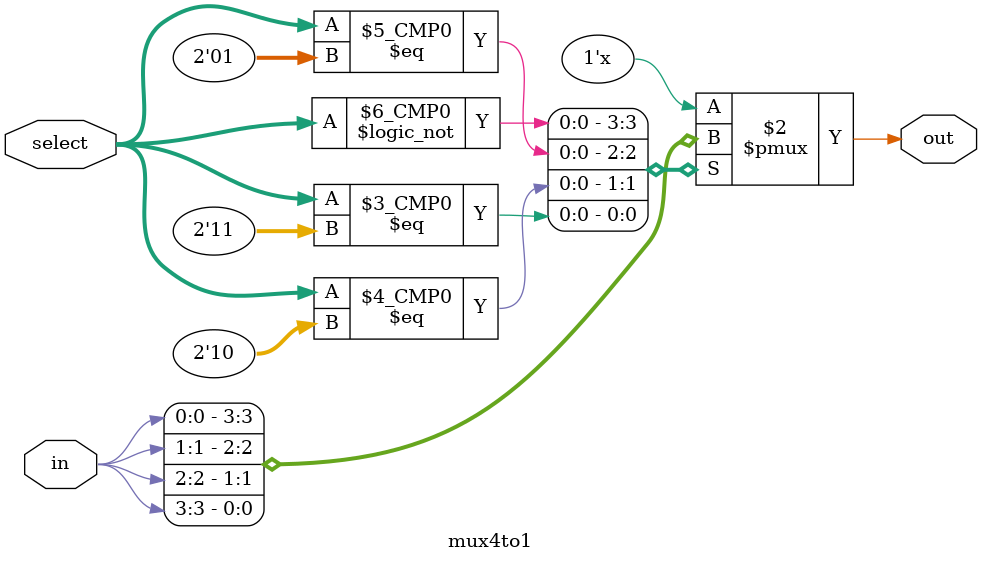
<source format=v>
module mux4to1(in, select, out);
	input [3:0] in;
	input [1:0] select;
	output reg out;
	
	always @(in or select) begin
		case (select)
			2'b00 : out <= in[0];
			2'b01 : out <= in[1];
			2'b10 : out <= in[2];
			2'b11 : out <= in[3];
		endcase
	end
	
endmodule
</source>
